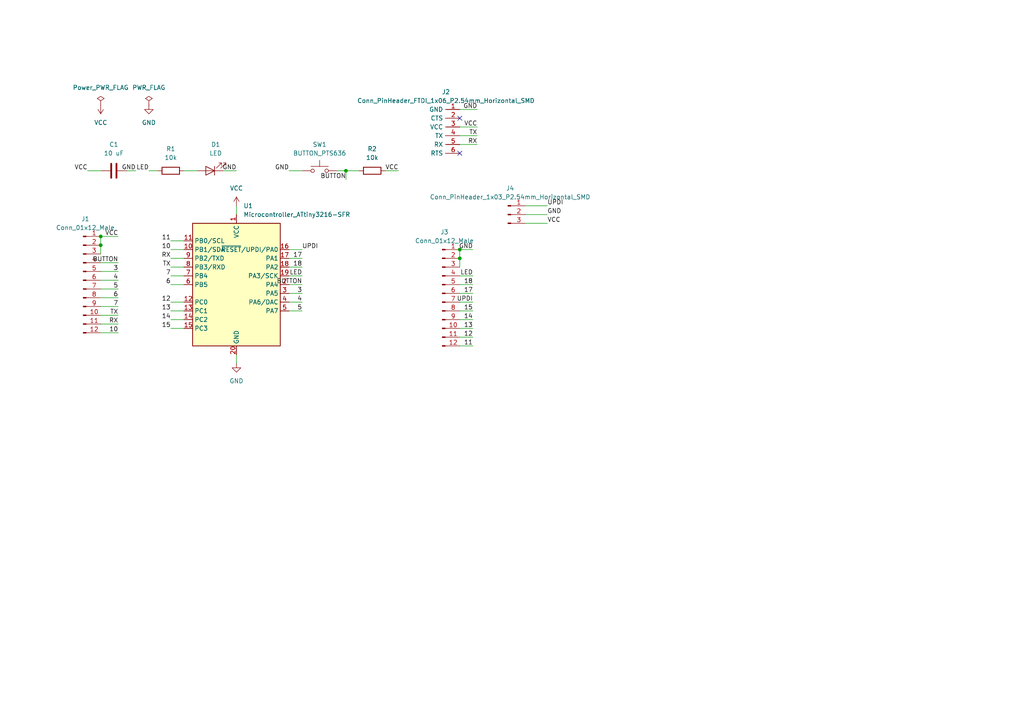
<source format=kicad_sch>
(kicad_sch (version 20211123) (generator eeschema)
  (paper "A4")
  (lib_symbols
    (symbol "Connector:Conn_01x12_Male" (pin_names (offset 1.016) hide)
      (property "Reference" "J" (at 0 15.24 0))
      (property "Value" "Conn_01x12_Male" (at 0 -17.78 0))
      (symbol "Conn_01x12_Male_1_1"
        (polyline (pts (xy 1.27 -15.24) (xy 0.8636 -15.24)) (stroke (width 0.1524)))
        (polyline (pts (xy 1.27 -12.7) (xy 0.8636 -12.7)) (stroke (width 0.1524)))
        (polyline (pts (xy 1.27 -10.16) (xy 0.8636 -10.16)) (stroke (width 0.1524)))
        (polyline (pts (xy 1.27 -7.62) (xy 0.8636 -7.62)) (stroke (width 0.1524)))
        (polyline (pts (xy 1.27 -5.08) (xy 0.8636 -5.08)) (stroke (width 0.1524)))
        (polyline (pts (xy 1.27 -2.54) (xy 0.8636 -2.54)) (stroke (width 0.1524)))
        (polyline (pts (xy 1.27 0) (xy 0.8636 0)) (stroke (width 0.1524)))
        (polyline (pts (xy 1.27 2.54) (xy 0.8636 2.54)) (stroke (width 0.1524)))
        (polyline (pts (xy 1.27 5.08) (xy 0.8636 5.08)) (stroke (width 0.1524)))
        (polyline (pts (xy 1.27 7.62) (xy 0.8636 7.62)) (stroke (width 0.1524)))
        (polyline (pts (xy 1.27 10.16) (xy 0.8636 10.16)) (stroke (width 0.1524)))
        (polyline (pts (xy 1.27 12.7) (xy 0.8636 12.7)) (stroke (width 0.1524)))
        (rectangle (start 0.8636 -15.113) (end 0 -15.367) (stroke (width 0.1524)) (fill (type outline)))
        (rectangle (start 0.8636 -12.573) (end 0 -12.827) (stroke (width 0.1524)) (fill (type outline)))
        (rectangle (start 0.8636 -10.033) (end 0 -10.287) (stroke (width 0.1524)) (fill (type outline)))
        (rectangle (start 0.8636 -7.493) (end 0 -7.747) (stroke (width 0.1524)) (fill (type outline)))
        (rectangle (start 0.8636 -4.953) (end 0 -5.207) (stroke (width 0.1524)) (fill (type outline)))
        (rectangle (start 0.8636 -2.413) (end 0 -2.667) (stroke (width 0.1524)) (fill (type outline)))
        (rectangle (start 0.8636 0.127) (end 0 -0.127) (stroke (width 0.1524)) (fill (type outline)))
        (rectangle (start 0.8636 2.667) (end 0 2.413) (stroke (width 0.1524)) (fill (type outline)))
        (rectangle (start 0.8636 5.207) (end 0 4.953) (stroke (width 0.1524)) (fill (type outline)))
        (rectangle (start 0.8636 7.747) (end 0 7.493) (stroke (width 0.1524)) (fill (type outline)))
        (rectangle (start 0.8636 10.287) (end 0 10.033) (stroke (width 0.1524)) (fill (type outline)))
        (rectangle (start 0.8636 12.827) (end 0 12.573) (stroke (width 0.1524)) (fill (type outline)))
        (pin passive line (at 5.08 12.7 180) (length 3.81) (name "Pin_1") (number "1"))
        (pin passive line (at 5.08 -10.16 180) (length 3.81) (name "Pin_10") (number "10"))
        (pin passive line (at 5.08 -12.7 180) (length 3.81) (name "Pin_11") (number "11"))
        (pin passive line (at 5.08 -15.24 180) (length 3.81) (name "Pin_12") (number "12"))
        (pin passive line (at 5.08 10.16 180) (length 3.81) (name "Pin_2") (number "2"))
        (pin passive line (at 5.08 7.62 180) (length 3.81) (name "Pin_3") (number "3"))
        (pin passive line (at 5.08 5.08 180) (length 3.81) (name "Pin_4") (number "4"))
        (pin passive line (at 5.08 2.54 180) (length 3.81) (name "Pin_5") (number "5"))
        (pin passive line (at 5.08 0 180) (length 3.81) (name "Pin_6") (number "6"))
        (pin passive line (at 5.08 -2.54 180) (length 3.81) (name "Pin_7") (number "7"))
        (pin passive line (at 5.08 -5.08 180) (length 3.81) (name "Pin_8") (number "8"))
        (pin passive line (at 5.08 -7.62 180) (length 3.81) (name "Pin_9") (number "9"))
      )
    )
    (symbol "fab:BUTTON_PTS636" (pin_numbers hide) (pin_names (offset 1.016) hide)
      (property "Reference" "SW" (at 1.27 2.54 0))
      (property "Value" "BUTTON_PTS636" (at 0 -1.524 0))
      (symbol "BUTTON_PTS636_0_1"
        (circle (center -2.032 0) (radius 0.508))
        (polyline (pts (xy 0 1.27) (xy 0 3.048)))
        (polyline (pts (xy 2.54 1.27) (xy -2.54 1.27)))
        (circle (center 2.032 0) (radius 0.508))
        (pin passive line (at -5.08 0 0) (length 2.54) (name "1") (number "1"))
        (pin passive line (at 5.08 0 180) (length 2.54) (name "2") (number "2"))
      )
    )
    (symbol "fab:C" (pin_numbers hide) (pin_names (offset 0.254))
      (property "Reference" "C" (at 0.635 2.54 0))
      (property "Value" "C" (at 0.635 -2.54 0))
      (symbol "C_0_1"
        (polyline (pts (xy -2.032 -0.762) (xy 2.032 -0.762)) (stroke (width 0.508)))
        (polyline (pts (xy -2.032 0.762) (xy 2.032 0.762)) (stroke (width 0.508)))
      )
      (symbol "C_1_1"
        (pin passive line (at 0 3.81 270) (length 2.794) (name "~") (number "1"))
        (pin passive line (at 0 -3.81 90) (length 2.794) (name "~") (number "2"))
      )
    )
    (symbol "fab:Conn_PinHeader_1x03_P2.54mm_Horizontal_SMD" (pin_names (offset 1.016) hide)
      (property "Reference" "J" (at 0 5.08 0))
      (property "Value" "Conn_PinHeader_1x03_P2.54mm_Horizontal_SMD" (at 0 -5.08 0))
      (symbol "Conn_PinHeader_1x03_P2.54mm_Horizontal_SMD_1_1"
        (polyline (pts (xy 1.27 -2.54) (xy 0.8636 -2.54)) (stroke (width 0.1524)))
        (polyline (pts (xy 1.27 0) (xy 0.8636 0)) (stroke (width 0.1524)))
        (polyline (pts (xy 1.27 2.54) (xy 0.8636 2.54)) (stroke (width 0.1524)))
        (rectangle (start 0.8636 -2.413) (end 0 -2.667) (stroke (width 0.1524)) (fill (type outline)))
        (rectangle (start 0.8636 0.127) (end 0 -0.127) (stroke (width 0.1524)) (fill (type outline)))
        (rectangle (start 0.8636 2.667) (end 0 2.413) (stroke (width 0.1524)) (fill (type outline)))
        (pin passive line (at 5.08 2.54 180) (length 3.81) (name "Pin_1") (number "1"))
        (pin passive line (at 5.08 0 180) (length 3.81) (name "Pin_2") (number "2"))
        (pin passive line (at 5.08 -2.54 180) (length 3.81) (name "Pin_3") (number "3"))
      )
    )
    (symbol "fab:Conn_PinHeader_FTDI_1x06_P2.54mm_Horizontal_SMD" (pin_names (offset 1.016))
      (property "Reference" "J" (at 0 7.62 0))
      (property "Value" "Conn_PinHeader_FTDI_1x06_P2.54mm_Horizontal_SMD" (at 0 -10.16 0))
      (symbol "Conn_PinHeader_FTDI_1x06_P2.54mm_Horizontal_SMD_1_1"
        (polyline (pts (xy 1.27 -7.62) (xy 0.8636 -7.62)) (stroke (width 0.1524)))
        (polyline (pts (xy 1.27 -5.08) (xy 0.8636 -5.08)) (stroke (width 0.1524)))
        (polyline (pts (xy 1.27 -2.54) (xy 0.8636 -2.54)) (stroke (width 0.1524)))
        (polyline (pts (xy 1.27 0) (xy 0.8636 0)) (stroke (width 0.1524)))
        (polyline (pts (xy 1.27 2.54) (xy 0.8636 2.54)) (stroke (width 0.1524)))
        (polyline (pts (xy 1.27 5.08) (xy 0.8636 5.08)) (stroke (width 0.1524)))
        (pin passive line (at 5.08 5.08 180) (length 3.81) (name "GND") (number "1"))
        (pin passive line (at 5.08 2.54 180) (length 3.81) (name "CTS") (number "2"))
        (pin passive line (at 5.08 0 180) (length 3.81) (name "VCC") (number "3"))
        (pin passive line (at 5.08 -2.54 180) (length 3.81) (name "TX") (number "4"))
        (pin passive line (at 5.08 -5.08 180) (length 3.81) (name "RX") (number "5"))
        (pin passive line (at 5.08 -7.62 180) (length 3.81) (name "RTS") (number "6"))
      )
    )
    (symbol "fab:LED" (pin_numbers hide) (pin_names (offset 1.016) hide)
      (property "Reference" "D" (at 0 2.54 0))
      (property "Value" "LED" (at 0 -2.54 0))
      (symbol "LED_0_1"
        (polyline (pts (xy -1.27 -1.27) (xy -1.27 1.27)) (stroke (width 0.2032)))
        (polyline (pts (xy -1.27 0) (xy 1.27 0)))
        (polyline (pts (xy 1.27 -1.27) (xy 1.27 1.27) (xy -1.27 0) (xy 1.27 -1.27)) (stroke (width 0.2032)))
        (polyline (pts (xy -3.048 -0.762) (xy -4.572 -2.286) (xy -3.81 -2.286) (xy -4.572 -2.286) (xy -4.572 -1.524)))
        (polyline (pts (xy -1.778 -0.762) (xy -3.302 -2.286) (xy -2.54 -2.286) (xy -3.302 -2.286) (xy -3.302 -1.524)))
      )
      (symbol "LED_1_1"
        (pin passive line (at -3.81 0 0) (length 2.54) (name "K") (number "1"))
        (pin passive line (at 3.81 0 180) (length 2.54) (name "A") (number "2"))
      )
    )
    (symbol "fab:Microcontroller_ATtiny3216-SFR"
      (property "Reference" "U" (at -12.7 20.32 0))
      (property "Value" "Microcontroller_ATtiny3216-SFR" (at 2.54 20.32 0))
      (symbol "Microcontroller_ATtiny3216-SFR_0_1"
        (rectangle (start -12.7 -17.78) (end 12.7 17.78) (stroke (width 0.254)) (fill (type background)))
      )
      (symbol "Microcontroller_ATtiny3216-SFR_1_1"
        (pin power_in line (at 0 20.32 270) (length 2.54) (name "VCC") (number "1"))
        (pin bidirectional line (at -15.24 10.16 0) (length 2.54) (name "PB1/SDA") (number "10"))
        (pin bidirectional line (at -15.24 12.7 0) (length 2.54) (name "PB0/SCL") (number "11"))
        (pin bidirectional line (at -15.24 -5.08 0) (length 2.54) (name "PC0") (number "12"))
        (pin bidirectional line (at -15.24 -7.62 0) (length 2.54) (name "PC1") (number "13"))
        (pin bidirectional line (at -15.24 -10.16 0) (length 2.54) (name "PC2") (number "14"))
        (pin bidirectional line (at -15.24 -12.7 0) (length 2.54) (name "PC3") (number "15"))
        (pin bidirectional line (at 15.24 10.16 180) (length 2.54) (name "~{RESET}/UPDI/PA0") (number "16"))
        (pin bidirectional line (at 15.24 7.62 180) (length 2.54) (name "PA1") (number "17"))
        (pin bidirectional line (at 15.24 5.08 180) (length 2.54) (name "PA2") (number "18"))
        (pin bidirectional line (at 15.24 2.54 180) (length 2.54) (name "PA3/SCK") (number "19"))
        (pin bidirectional line (at 15.24 0 180) (length 2.54) (name "PA4") (number "2"))
        (pin power_in line (at 0 -20.32 90) (length 2.54) (name "GND") (number "20"))
        (pin bidirectional line (at 15.24 -2.54 180) (length 2.54) (name "PA5") (number "3"))
        (pin bidirectional line (at 15.24 -5.08 180) (length 2.54) (name "PA6/DAC") (number "4"))
        (pin bidirectional line (at 15.24 -7.62 180) (length 2.54) (name "PA7") (number "5"))
        (pin bidirectional line (at -15.24 0 0) (length 2.54) (name "PB5") (number "6"))
        (pin bidirectional line (at -15.24 2.54 0) (length 2.54) (name "PB4") (number "7"))
        (pin bidirectional line (at -15.24 5.08 0) (length 2.54) (name "PB3/RXD") (number "8"))
        (pin bidirectional line (at -15.24 7.62 0) (length 2.54) (name "PB2/TXD") (number "9"))
      )
    )
    (symbol "fab:Power_PWR_FLAG" (power) (pin_numbers hide) (pin_names (offset 0) hide)
      (property "Value" "Power_PWR_FLAG" (at 0 3.81 0))
      (symbol "Power_PWR_FLAG_0_0"
        (pin power_out line (at 0 0 90) (length 0) (name "pwr") (number "1"))
      )
      (symbol "Power_PWR_FLAG_0_1"
        (polyline (pts (xy 0 0) (xy 0 1.27) (xy -1.016 1.905) (xy 0 2.54) (xy 1.016 1.905) (xy 0 1.27)))
      )
    )
    (symbol "fab:R" (pin_numbers hide) (pin_names (offset 0))
      (property "Reference" "R" (at 2.032 0 90))
      (property "Value" "R" (at 0 0 90))
      (symbol "R_0_1"
        (rectangle (start -1.016 -2.54) (end 1.016 2.54) (stroke (width 0.254)))
      )
      (symbol "R_1_1"
        (pin passive line (at 0 3.81 270) (length 1.27) (name "~") (number "1"))
        (pin passive line (at 0 -3.81 90) (length 1.27) (name "~") (number "2"))
      )
    )
    (symbol "power:GND" (power) (pin_names (offset 0))
      (property "Value" "GND" (at 0 -3.81 0))
      (symbol "GND_0_1"
        (polyline (pts (xy 0 0) (xy 0 -1.27) (xy 1.27 -1.27) (xy 0 -2.54) (xy -1.27 -1.27) (xy 0 -1.27)))
      )
      (symbol "GND_1_1"
        (pin power_in line (at 0 0 270) (length 0) hide (name "GND") (number "1"))
      )
    )
    (symbol "power:PWR_FLAG" (power) (pin_numbers hide) (pin_names (offset 0) hide)
      (property "Value" "PWR_FLAG" (at 0 3.81 0))
      (symbol "PWR_FLAG_0_0"
        (pin power_out line (at 0 0 90) (length 0) (name "pwr") (number "1"))
      )
      (symbol "PWR_FLAG_0_1"
        (polyline (pts (xy 0 0) (xy 0 1.27) (xy -1.016 1.905) (xy 0 2.54) (xy 1.016 1.905) (xy 0 1.27)))
      )
    )
    (symbol "power:VCC" (power) (pin_names (offset 0))
      (property "Value" "VCC" (at 0 3.81 0))
      (symbol "VCC_0_1"
        (polyline (pts (xy -0.762 1.27) (xy 0 2.54)))
        (polyline (pts (xy 0 0) (xy 0 2.54)))
        (polyline (pts (xy 0 2.54) (xy 0.762 1.27)))
      )
      (symbol "VCC_1_1"
        (pin power_in line (at 0 0 90) (length 0) hide (name "VCC") (number "1"))
      )
    )
  )
  (junction (at 133.35 72.39))
  (junction (at 29.21 68.58))
  (junction (at 29.21 71.12))
  (junction (at 100.33 49.53))
  (junction (at 133.35 74.93))
  (no_connect (at 133.35 34.29))
  (no_connect (at 133.35 44.45))
  (wire (pts (xy 53.34 49.53) (xy 57.15 49.53)))
  (wire (pts (xy 133.35 92.71) (xy 137.16 92.71)))
  (wire (pts (xy 83.82 90.17) (xy 87.63 90.17)))
  (wire (pts (xy 29.21 91.44) (xy 34.29 91.44)))
  (wire (pts (xy 29.21 83.82) (xy 34.29 83.82)))
  (wire (pts (xy 83.82 49.53) (xy 87.63 49.53)))
  (wire (pts (xy 43.18 49.53) (xy 45.72 49.53)))
  (wire (pts (xy 152.4 59.69) (xy 158.75 59.69)))
  (wire (pts (xy 133.35 82.55) (xy 137.16 82.55)))
  (wire (pts (xy 133.35 90.17) (xy 137.16 90.17)))
  (wire (pts (xy 29.21 68.58) (xy 29.21 71.12)))
  (wire (pts (xy 111.76 49.53) (xy 115.57 49.53)))
  (wire (pts (xy 133.35 36.83) (xy 138.43 36.83)))
  (wire (pts (xy 83.82 80.01) (xy 87.63 80.01)))
  (wire (pts (xy 29.21 71.12) (xy 29.21 73.66)))
  (wire (pts (xy 49.53 77.47) (xy 53.34 77.47)))
  (wire (pts (xy 29.21 76.2) (xy 34.29 76.2)))
  (wire (pts (xy 152.4 64.77) (xy 158.75 64.77)))
  (wire (pts (xy 29.21 96.52) (xy 34.29 96.52)))
  (wire (pts (xy 100.33 49.53) (xy 104.14 49.53)))
  (wire (pts (xy 83.82 87.63) (xy 87.63 87.63)))
  (wire (pts (xy 100.33 49.53) (xy 100.33 52.07)))
  (wire (pts (xy 49.53 69.85) (xy 53.34 69.85)))
  (wire (pts (xy 83.82 72.39) (xy 87.63 72.39)))
  (wire (pts (xy 133.35 87.63) (xy 137.16 87.63)))
  (wire (pts (xy 133.35 74.93) (xy 133.35 77.47)))
  (wire (pts (xy 49.53 80.01) (xy 53.34 80.01)))
  (wire (pts (xy 133.35 31.75) (xy 138.43 31.75)))
  (wire (pts (xy 49.53 82.55) (xy 53.34 82.55)))
  (wire (pts (xy 133.35 100.33) (xy 137.16 100.33)))
  (wire (pts (xy 64.77 49.53) (xy 68.58 49.53)))
  (wire (pts (xy 83.82 85.09) (xy 87.63 85.09)))
  (wire (pts (xy 49.53 92.71) (xy 53.34 92.71)))
  (wire (pts (xy 83.82 82.55) (xy 87.63 82.55)))
  (wire (pts (xy 133.35 72.39) (xy 133.35 74.93)))
  (wire (pts (xy 83.82 77.47) (xy 87.63 77.47)))
  (wire (pts (xy 29.21 68.58) (xy 34.29 68.58)))
  (wire (pts (xy 29.21 88.9) (xy 34.29 88.9)))
  (wire (pts (xy 49.53 74.93) (xy 53.34 74.93)))
  (wire (pts (xy 133.35 85.09) (xy 137.16 85.09)))
  (wire (pts (xy 97.79 49.53) (xy 100.33 49.53)))
  (wire (pts (xy 68.58 59.69) (xy 68.58 62.23)))
  (wire (pts (xy 49.53 87.63) (xy 53.34 87.63)))
  (wire (pts (xy 68.58 102.87) (xy 68.58 105.41)))
  (wire (pts (xy 133.35 97.79) (xy 137.16 97.79)))
  (wire (pts (xy 133.35 72.39) (xy 137.16 72.39)))
  (wire (pts (xy 152.4 62.23) (xy 158.75 62.23)))
  (wire (pts (xy 25.4 49.53) (xy 29.21 49.53)))
  (wire (pts (xy 133.35 95.25) (xy 137.16 95.25)))
  (wire (pts (xy 133.35 41.91) (xy 138.43 41.91)))
  (wire (pts (xy 49.53 90.17) (xy 53.34 90.17)))
  (wire (pts (xy 29.21 81.28) (xy 34.29 81.28)))
  (wire (pts (xy 36.83 49.53) (xy 39.37 49.53)))
  (wire (pts (xy 49.53 95.25) (xy 53.34 95.25)))
  (wire (pts (xy 83.82 74.93) (xy 87.63 74.93)))
  (wire (pts (xy 49.53 72.39) (xy 53.34 72.39)))
  (wire (pts (xy 133.35 80.01) (xy 137.16 80.01)))
  (wire (pts (xy 29.21 78.74) (xy 34.29 78.74)))
  (wire (pts (xy 29.21 93.98) (xy 34.29 93.98)))
  (wire (pts (xy 29.21 86.36) (xy 34.29 86.36)))
  (wire (pts (xy 133.35 39.37) (xy 138.43 39.37)))
  (label "10" (at 49.53 72.39 180))
  (label "RX" (at 138.43 41.91 180))
  (label "6" (at 49.53 82.55 180))
  (label "7" (at 49.53 80.01 180))
  (label "12" (at 49.53 87.63 180))
  (label "15" (at 49.53 95.25 180))
  (label "10" (at 34.29 96.52 180))
  (label "6" (at 34.29 86.36 180))
  (label "UPDI" (at 137.16 87.63 180))
  (label "5" (at 34.29 83.82 180))
  (label "15" (at 137.16 90.17 180))
  (label "18" (at 87.63 77.47 180))
  (label "LED" (at 87.63 80.01 180))
  (label "11" (at 137.16 100.33 180))
  (label "GND" (at 83.82 49.53 180))
  (label "TX" (at 138.43 39.37 180))
  (label "VCC" (at 25.4 49.53 180))
  (label "UPDI" (at 87.63 72.39 0))
  (label "5" (at 87.63 90.17 180))
  (label "TX" (at 34.29 91.44 180))
  (label "LED" (at 137.16 80.01 180))
  (label "3" (at 87.63 85.09 180))
  (label "14" (at 137.16 92.71 180))
  (label "GND" (at 137.16 72.39 180))
  (label "UPDI" (at 158.75 59.69 0))
  (label "RX" (at 49.53 74.93 180))
  (label "TX" (at 49.53 77.47 180))
  (label "GND" (at 158.75 62.23 0))
  (label "VCC" (at 138.43 36.83 180))
  (label "4" (at 34.29 81.28 180))
  (label "7" (at 34.29 88.9 180))
  (label "13" (at 49.53 90.17 180))
  (label "BUTTON" (at 34.29 76.2 180))
  (label "VCC" (at 158.75 64.77 0))
  (label "LED" (at 43.18 49.53 180))
  (label "17" (at 87.63 74.93 180))
  (label "BUTTON" (at 87.63 82.55 180))
  (label "RX" (at 34.29 93.98 180))
  (label "GND" (at 138.43 31.75 180))
  (label "14" (at 49.53 92.71 180))
  (label "GND" (at 68.58 49.53 180))
  (label "13" (at 137.16 95.25 180))
  (label "BUTTON" (at 100.33 52.07 180))
  (label "12" (at 137.16 97.79 180))
  (label "11" (at 49.53 69.85 180))
  (label "17" (at 137.16 85.09 180))
  (label "3" (at 34.29 78.74 180))
  (label "18" (at 137.16 82.55 180))
  (label "VCC" (at 115.57 49.53 180))
  (label "GND" (at 39.37 49.53 180))
  (label "VCC" (at 34.29 68.58 180))
  (label "4" (at 87.63 87.63 180))
  (symbol (lib_id "Connector:Conn_01x12_Male") (at 128.27 85.09 0) (unit 1)
    (property "Reference" "J3" (at 128.905 67.31 0))
    (property "Value" "Conn_01x12_Male" (at 128.905 69.85 0))
    (property "Footprint" "Connector_Harwin:Harwin_M20-89012xx_1x12_P2.54mm_Horizontal" (effects hide))
  )
  (symbol (lib_id "power:VCC") (at 29.21 30.48 180) (unit 1)
    (property "Reference" "#PWR01" (effects hide))
    (property "Value" "VCC" (at 29.21 35.56 0))
  )
  (symbol (lib_id "fab:LED") (at 60.96 49.53 180) (unit 1)
    (property "Reference" "D1" (at 62.5602 41.91 0))
    (property "Value" "LED" (at 62.5602 44.45 0))
    (property "Footprint" "fab:LED_1206" (effects hide))
    (property "Datasheet" "https://optoelectronics.liteon.com/upload/download/DS-22-98-0002/LTST-C150CKT.pdf" (effects hide))
  )
  (symbol (lib_id "fab:Conn_PinHeader_FTDI_1x06_P2.54mm_Horizontal_SMD") (at 128.27 36.83 0) (unit 1)
    (property "Reference" "J2" (at 129.3368 26.67 0))
    (property "Value" "Conn_PinHeader_FTDI_1x06_P2.54mm_Horizontal_SMD" (at 129.3368 29.21 0))
    (property "Footprint" "Connector_Harwin:Harwin_M20-89006xx_1x06_P2.54mm_Horizontal" (effects hide))
  )
  (symbol (lib_id "power:PWR_FLAG") (at 43.18 30.48 0) (unit 1)
    (property "Reference" "#FLG02" (effects hide))
    (property "Value" "PWR_FLAG" (at 43.18 25.4 0))
  )
  (symbol (lib_id "power:GND") (at 68.58 105.41 0) (unit 1)
    (property "Reference" "#PWR04" (effects hide))
    (property "Value" "GND" (at 68.58 110.49 0))
  )
  (symbol (lib_id "fab:Power_PWR_FLAG") (at 29.21 30.48 0) (unit 1)
    (property "Reference" "#FLG01" (effects hide))
    (property "Value" "Power_PWR_FLAG" (at 29.21 25.4 0))
  )
  (symbol (lib_id "fab:R") (at 107.95 49.53 90) (unit 1)
    (property "Reference" "R2" (at 107.95 43.18 90))
    (property "Value" "10k" (at 107.95 45.72 90))
    (property "Footprint" "fab:R_1206" (effects hide))
  )
  (symbol (lib_id "power:GND") (at 43.18 30.48 0) (unit 1)
    (property "Reference" "#PWR02" (effects hide))
    (property "Value" "GND" (at 43.18 35.56 0))
  )
  (symbol (lib_id "Connector:Conn_01x12_Male") (at 24.13 81.28 0) (unit 1)
    (property "Reference" "J1" (at 24.765 63.5 0))
    (property "Value" "Conn_01x12_Male" (at 24.765 66.04 0))
    (property "Footprint" "Connector_Harwin:Harwin_M20-89012xx_1x12_P2.54mm_Horizontal" (effects hide))
  )
  (symbol (lib_id "fab:Conn_PinHeader_1x03_P2.54mm_Horizontal_SMD") (at 147.32 62.23 0) (unit 1)
    (property "Reference" "J4" (at 147.955 54.61 0))
    (property "Value" "Conn_PinHeader_1x03_P2.54mm_Horizontal_SMD" (at 147.955 57.15 0))
    (property "Footprint" "fab:PinHeader_1x03_P2.54mm_Horizontal_SMD" (effects hide))
  )
  (symbol (lib_id "fab:Microcontroller_ATtiny3216-SFR") (at 68.58 82.55 0) (unit 1)
    (property "Reference" "U1" (at 70.5994 59.69 0) (effects (justify left)))
    (property "Value" "Microcontroller_ATtiny3216-SFR" (at 70.5994 62.23 0) (effects (justify left)))
    (property "Footprint" "fab:SOIC-20_7.5x12.8mm_P1.27mm" (effects hide))
    (property "Datasheet" "http://ww1.microchip.com/downloads/en/DeviceDoc/ATtiny3216_ATtiny1616-data-sheet-40001997B.pdf" (effects hide))
  )
  (symbol (lib_id "fab:C") (at 33.02 49.53 90) (unit 1)
    (property "Reference" "C1" (at 33.02 41.91 90))
    (property "Value" "10 uF" (at 33.02 44.45 90))
    (property "Footprint" "fab:C_1206" (effects hide))
  )
  (symbol (lib_id "fab:BUTTON_PTS636") (at 92.71 49.53 0) (unit 1)
    (property "Reference" "SW1" (at 92.71 41.91 0))
    (property "Value" "BUTTON_PTS636" (at 92.71 44.45 0))
    (property "Footprint" "fab:Button_C&K_PTS636_6x3.5mm" (effects hide))
    (property "Datasheet" "https://dznh3ojzb2azq.cloudfront.net/products/Tactile/PTS636/documents/datasheet.pdf" (effects hide))
  )
  (symbol (lib_id "power:VCC") (at 68.58 59.69 0) (unit 1)
    (property "Reference" "#PWR03" (effects hide))
    (property "Value" "VCC" (at 68.58 54.61 0))
  )
  (symbol (lib_id "fab:R") (at 49.53 49.53 90) (unit 1)
    (property "Reference" "R1" (at 49.53 43.18 90))
    (property "Value" "10k" (at 49.53 45.72 90))
    (property "Footprint" "fab:R_1206" (effects hide))
  )
)
</source>
